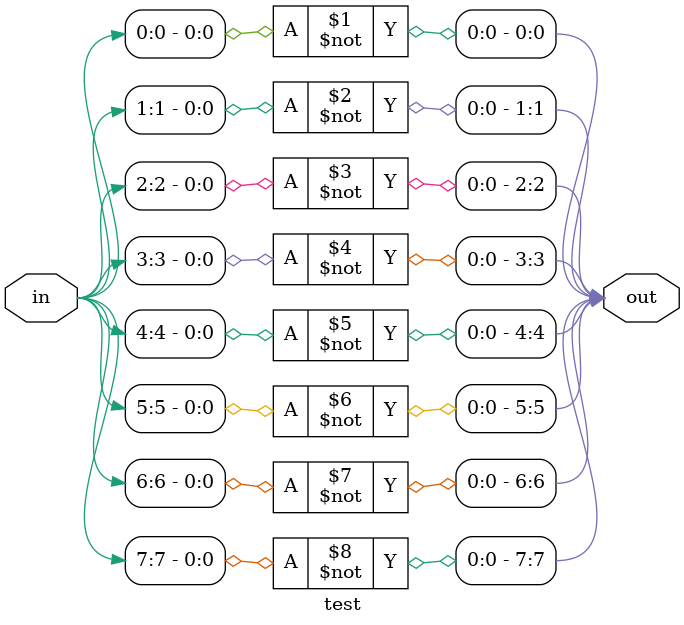
<source format=v>
module test(
    input [7:0] in, 
    output [7:0] out
);
    genvar i;
    generate
        for (i = 0; i < 8; i = i + 1) begin
            assign out[i] = ~in[i];
        end
    endgenerate
endmodule
</source>
